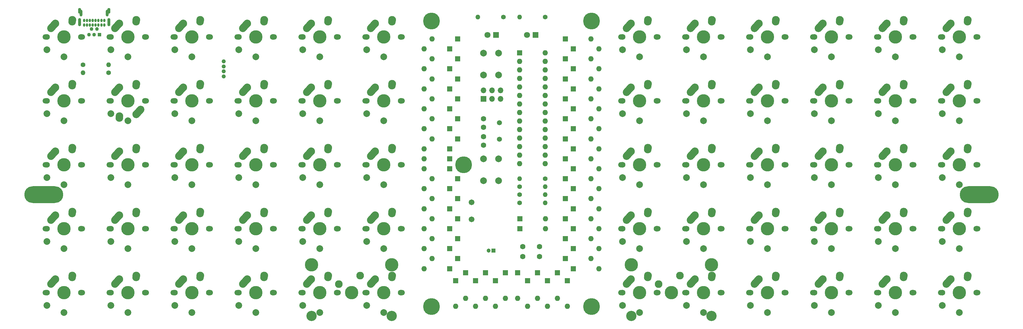
<source format=gbr>
G04 #@! TF.GenerationSoftware,KiCad,Pcbnew,(6.0.0-0)*
G04 #@! TF.CreationDate,2022-01-17T22:54:54+01:00*
G04 #@! TF.ProjectId,lumberjack,6c756d62-6572-46a6-9163-6b2e6b696361,1.6*
G04 #@! TF.SameCoordinates,Original*
G04 #@! TF.FileFunction,Soldermask,Top*
G04 #@! TF.FilePolarity,Negative*
%FSLAX46Y46*%
G04 Gerber Fmt 4.6, Leading zero omitted, Abs format (unit mm)*
G04 Created by KiCad (PCBNEW (6.0.0-0)) date 2022-01-17 22:54:54*
%MOMM*%
%LPD*%
G01*
G04 APERTURE LIST*
G04 Aperture macros list*
%AMHorizOval*
0 Thick line with rounded ends*
0 $1 width*
0 $2 $3 position (X,Y) of the first rounded end (center of the circle)*
0 $4 $5 position (X,Y) of the second rounded end (center of the circle)*
0 Add line between two ends*
20,1,$1,$2,$3,$4,$5,0*
0 Add two circle primitives to create the rounded ends*
1,1,$1,$2,$3*
1,1,$1,$4,$5*%
G04 Aperture macros list end*
%ADD10O,0.850000X2.000000*%
%ADD11R,1.100000X1.100000*%
%ADD12C,1.100000*%
%ADD13O,0.900000X1.700000*%
%ADD14O,0.900000X2.400000*%
%ADD15O,0.700000X1.000000*%
%ADD16C,1.600000*%
%ADD17R,1.800000X1.800000*%
%ADD18C,1.800000*%
%ADD19R,1.600000X1.600000*%
%ADD20O,1.600000X1.600000*%
%ADD21C,1.710000*%
%ADD22R,1.200000X1.200000*%
%ADD23C,1.200000*%
%ADD24C,2.000000*%
%ADD25C,5.000000*%
%ADD26O,11.600000X5.000000*%
%ADD27C,3.987800*%
%ADD28C,3.048000*%
%ADD29C,2.286000*%
%ADD30R,1.700000X1.700000*%
%ADD31O,1.700000X1.700000*%
%ADD32C,1.400000*%
%ADD33O,1.400000X1.400000*%
%ADD34C,1.500000*%
%ADD35C,1.700000*%
%ADD36C,1.750000*%
%ADD37HorizOval,2.250000X0.019771X0.290016X-0.019771X-0.290016X0*%
%ADD38C,2.250000*%
%ADD39HorizOval,2.250000X0.654995X0.730004X-0.654995X-0.730004X0*%
%ADD40HorizOval,2.250000X-0.019771X-0.290016X0.019771X0.290016X0*%
%ADD41HorizOval,2.250000X-0.654995X-0.730004X0.654995X0.730004X0*%
%ADD42C,1.244600*%
G04 APERTURE END LIST*
D10*
X32000000Y-57204000D03*
X24200000Y-57204000D03*
D11*
X29700000Y-63654000D03*
D12*
X28900000Y-61904000D03*
X28100000Y-63654000D03*
X26500000Y-63654000D03*
X27300000Y-61904000D03*
D13*
X32428000Y-56500000D03*
X23778000Y-56500000D03*
D14*
X32428000Y-59880000D03*
X23778000Y-59880000D03*
D15*
X28528000Y-59360000D03*
X31078000Y-59360000D03*
X30228000Y-59360000D03*
X29378000Y-59360000D03*
X25128000Y-59360000D03*
X26828000Y-59360000D03*
X27678000Y-59360000D03*
X25978000Y-59360000D03*
X31078000Y-60710000D03*
X30228000Y-60710000D03*
X29378000Y-60710000D03*
X28528000Y-60710000D03*
X27678000Y-60710000D03*
X26828000Y-60710000D03*
X25978000Y-60710000D03*
X25128000Y-60710000D03*
D16*
X144065746Y-94059454D03*
X144065746Y-96559454D03*
X144065746Y-88701637D03*
X144065746Y-91201637D03*
D17*
X159543884Y-63698491D03*
D18*
X157003884Y-63698491D03*
D19*
X154781380Y-69056308D03*
D20*
X154781380Y-71596308D03*
X154781380Y-74136308D03*
X154781380Y-76676308D03*
X154781380Y-79216308D03*
X154781380Y-81756308D03*
X154781380Y-84296308D03*
X154781380Y-86836308D03*
X154781380Y-89376308D03*
X154781380Y-91916308D03*
X154781380Y-94456308D03*
X154781380Y-96996308D03*
X154781380Y-99536308D03*
X154781380Y-102076308D03*
X162401380Y-102076308D03*
X162401380Y-99536308D03*
X162401380Y-96996308D03*
X162401380Y-94456308D03*
X162401380Y-91916308D03*
X162401380Y-89376308D03*
X162401380Y-86836308D03*
X162401380Y-84296308D03*
X162401380Y-81756308D03*
X162401380Y-79216308D03*
X162401380Y-76676308D03*
X162401380Y-74136308D03*
X162401380Y-71596308D03*
X162401380Y-69056308D03*
D21*
X140493868Y-113546035D03*
X140493868Y-118626035D03*
D19*
X136326677Y-82748507D03*
D20*
X128706677Y-82748507D03*
D19*
X136326677Y-118467287D03*
D20*
X128706677Y-118467287D03*
D19*
X150614189Y-134540738D03*
D20*
X150614189Y-142160738D03*
D19*
X147637624Y-136921990D03*
D20*
X147637624Y-144541990D03*
D19*
X144661059Y-134540738D03*
D20*
X144661059Y-142160738D03*
D19*
X138707929Y-134540738D03*
D20*
X138707929Y-142160738D03*
D22*
X147042311Y-127992295D03*
D23*
X145542311Y-127992295D03*
D19*
X136326677Y-76795377D03*
D20*
X128706677Y-76795377D03*
D24*
X144065746Y-107156340D03*
X144065746Y-100656340D03*
X148565746Y-100656340D03*
X148565746Y-107156340D03*
D25*
X128587608Y-59531300D03*
X176212648Y-59531300D03*
X128587608Y-144661059D03*
X176212648Y-144661059D03*
D26*
X13096886Y-111323531D03*
X291703370Y-111323531D03*
D19*
X166092327Y-134540738D03*
D20*
X166092327Y-142160738D03*
D17*
X147796372Y-63698491D03*
D18*
X145256372Y-63698491D03*
D19*
X136326677Y-130373547D03*
D20*
X128706677Y-130373547D03*
D19*
X136326677Y-124420417D03*
D20*
X128706677Y-124420417D03*
D19*
X133945425Y-115490722D03*
D20*
X126325425Y-115490722D03*
D19*
X136326677Y-112514157D03*
D20*
X128706677Y-112514157D03*
D19*
X133945425Y-109537592D03*
D20*
X126325425Y-109537592D03*
D19*
X133945425Y-121443852D03*
D20*
X126325425Y-121443852D03*
D19*
X133945425Y-97631332D03*
D20*
X126325425Y-97631332D03*
D19*
X136326677Y-94654767D03*
D20*
X128706677Y-94654767D03*
D19*
X133945425Y-103584462D03*
D20*
X126325425Y-103584462D03*
D19*
X133945425Y-91678202D03*
D20*
X126325425Y-91678202D03*
D19*
X136326677Y-88701637D03*
D20*
X128706677Y-88701637D03*
D19*
X133945425Y-85725072D03*
D20*
X126325425Y-85725072D03*
D19*
X168473579Y-76795377D03*
D20*
X176093579Y-76795377D03*
D19*
X133945425Y-73818812D03*
D20*
X126325425Y-73818812D03*
D19*
X170854831Y-73818812D03*
D20*
X178474831Y-73818812D03*
D19*
X133945425Y-67865682D03*
D20*
X126325425Y-67865682D03*
D19*
X163115762Y-136921990D03*
D20*
X163115762Y-144541990D03*
D24*
X144065746Y-69104751D03*
X144065746Y-75604751D03*
X148565746Y-75604751D03*
X148565746Y-69104751D03*
D16*
X155734510Y-126801669D03*
X160734510Y-126801669D03*
D19*
X135731364Y-136921990D03*
D20*
X135731364Y-144541990D03*
D19*
X170854831Y-115490722D03*
D20*
X178474831Y-115490722D03*
D19*
X169068892Y-136921990D03*
D20*
X169068892Y-144541990D03*
D19*
X170854831Y-79771942D03*
D20*
X178474831Y-79771942D03*
D19*
X168473579Y-64889117D03*
D20*
X176093579Y-64889117D03*
D19*
X170854831Y-67865682D03*
D20*
X178474831Y-67865682D03*
D19*
X168473579Y-82748507D03*
D20*
X176093579Y-82748507D03*
D19*
X170854831Y-97631332D03*
D20*
X178474831Y-97631332D03*
D19*
X170854831Y-91678202D03*
D20*
X178474831Y-91678202D03*
D19*
X168473579Y-94654767D03*
D20*
X176093579Y-94654767D03*
D19*
X168473579Y-106561027D03*
D20*
X176093579Y-106561027D03*
D19*
X170854831Y-103584462D03*
D20*
X178474831Y-103584462D03*
D19*
X168473579Y-100607897D03*
D20*
X176093579Y-100607897D03*
D19*
X170854831Y-85725072D03*
D20*
X178474831Y-85725072D03*
D19*
X168473579Y-112514157D03*
D20*
X176093579Y-112514157D03*
D19*
X170854831Y-109537592D03*
D20*
X178474831Y-109537592D03*
D19*
X168473579Y-118467287D03*
D20*
X176093579Y-118467287D03*
D19*
X168473579Y-88701637D03*
D20*
X176093579Y-88701637D03*
D19*
X168473579Y-70842247D03*
D20*
X176093579Y-70842247D03*
D19*
X170854831Y-133350112D03*
D20*
X178474831Y-133350112D03*
D19*
X168473579Y-124420417D03*
D20*
X176093579Y-124420417D03*
D19*
X154186067Y-134540738D03*
D20*
X154186067Y-142160738D03*
D19*
X170854831Y-121443852D03*
D20*
X178474831Y-121443852D03*
D19*
X170854831Y-127396982D03*
D20*
X178474831Y-127396982D03*
D19*
X168473579Y-130373547D03*
D20*
X176093579Y-130373547D03*
D19*
X157162632Y-136921990D03*
D20*
X157162632Y-144541990D03*
D27*
X188087168Y-132238868D03*
X200025168Y-140493868D03*
D28*
X188087168Y-147478868D03*
X211963168Y-147478868D03*
D27*
X211963168Y-132238868D03*
D29*
X202565168Y-135413868D03*
X196215168Y-137953868D03*
D27*
X104775088Y-140493868D03*
D28*
X116713088Y-147478868D03*
D27*
X116713088Y-132238868D03*
D28*
X92837088Y-147478868D03*
D27*
X92837088Y-132238868D03*
D29*
X107315088Y-135413868D03*
X100965088Y-137953868D03*
D16*
X155734510Y-129778234D03*
X160734510Y-129778234D03*
D30*
X144065746Y-82748507D03*
D31*
X144065746Y-80208507D03*
X146605746Y-82748507D03*
X146605746Y-80208507D03*
X149145746Y-82748507D03*
X149145746Y-80208507D03*
D25*
X138112616Y-102393836D03*
D19*
X160139197Y-134540738D03*
D20*
X160139197Y-142160738D03*
D19*
X133945425Y-133350112D03*
D20*
X126325425Y-133350112D03*
D19*
X136326677Y-106561027D03*
D20*
X128706677Y-106561027D03*
D19*
X133945425Y-100607897D03*
D20*
X126325425Y-100607897D03*
D19*
X133945425Y-79771942D03*
D20*
X126325425Y-79771942D03*
D32*
X162401380Y-106561027D03*
D33*
X154781380Y-106561027D03*
D34*
X148828250Y-89892263D03*
X148828250Y-94772263D03*
D19*
X133945425Y-127396982D03*
D20*
X126325425Y-127396982D03*
D32*
X154781380Y-113704783D03*
D33*
X162401380Y-113704783D03*
D32*
X150018876Y-58340674D03*
D33*
X142398876Y-58340674D03*
D32*
X162401380Y-58340674D03*
D33*
X154781380Y-58340674D03*
D32*
X154781380Y-111323531D03*
D33*
X162401380Y-111323531D03*
D19*
X154900449Y-121443852D03*
D20*
X162520449Y-121443852D03*
D19*
X154900449Y-118467287D03*
D20*
X162520449Y-118467287D03*
D32*
X32385000Y-75009375D03*
D33*
X24765000Y-75009375D03*
D32*
X24765000Y-72628125D03*
D33*
X32385000Y-72628125D03*
D32*
X154781380Y-108942279D03*
D33*
X162401380Y-108942279D03*
D19*
X136326677Y-64889117D03*
D20*
X128706677Y-64889117D03*
D19*
X136326677Y-70842247D03*
D20*
X128706677Y-70842247D03*
D19*
X141684494Y-136921990D03*
D20*
X141684494Y-144541990D03*
D35*
X24549968Y-64293750D03*
D36*
X13969968Y-64293750D03*
D35*
X24549968Y-64293750D03*
D27*
X19049968Y-64293750D03*
D36*
X24129968Y-64293750D03*
X13969968Y-64293750D03*
D27*
X19049968Y-64293750D03*
D35*
X13549968Y-64293750D03*
D36*
X24129968Y-64293750D03*
D35*
X13549968Y-64293750D03*
D37*
X21569739Y-59503734D03*
D38*
X21589968Y-59213750D03*
D24*
X14049968Y-68093750D03*
X19049968Y-70193750D03*
D38*
X16549968Y-60293750D03*
D39*
X15894963Y-61023746D03*
D27*
X19050016Y-83343820D03*
D36*
X13970016Y-83343820D03*
X13970016Y-83343820D03*
D35*
X13550016Y-83343820D03*
D36*
X24130016Y-83343820D03*
D35*
X24550016Y-83343820D03*
X24550016Y-83343820D03*
D27*
X19050016Y-83343820D03*
D35*
X13550016Y-83343820D03*
D36*
X24130016Y-83343820D03*
D24*
X14050016Y-87143820D03*
D38*
X21590016Y-78263820D03*
D37*
X21569787Y-78553804D03*
D38*
X16550016Y-79343820D03*
D39*
X15895011Y-80073816D03*
D24*
X19050016Y-89243820D03*
D36*
X24130016Y-102393836D03*
D35*
X13550016Y-102393836D03*
D36*
X13970016Y-102393836D03*
D27*
X19050016Y-102393836D03*
X19050016Y-102393836D03*
D36*
X24130016Y-102393836D03*
D35*
X13550016Y-102393836D03*
D36*
X13970016Y-102393836D03*
D35*
X24550016Y-102393836D03*
X24550016Y-102393836D03*
D37*
X21569787Y-97603820D03*
D24*
X14050016Y-106193836D03*
D38*
X21590016Y-97313836D03*
X16550016Y-98393836D03*
D39*
X15895011Y-99123832D03*
D24*
X19050016Y-108293836D03*
D35*
X13550016Y-121443852D03*
X13550016Y-121443852D03*
D36*
X13970016Y-121443852D03*
D35*
X24550016Y-121443852D03*
D36*
X13970016Y-121443852D03*
D27*
X19050016Y-121443852D03*
D35*
X24550016Y-121443852D03*
D36*
X24130016Y-121443852D03*
X24130016Y-121443852D03*
D27*
X19050016Y-121443852D03*
D24*
X14050016Y-125243852D03*
D38*
X21590016Y-116363852D03*
D37*
X21569787Y-116653836D03*
D24*
X19050016Y-127343852D03*
D39*
X15895011Y-118173848D03*
D38*
X16550016Y-117443852D03*
D36*
X13970016Y-140493868D03*
D35*
X13550016Y-140493868D03*
X24550016Y-140493868D03*
X13550016Y-140493868D03*
X24550016Y-140493868D03*
D36*
X24130016Y-140493868D03*
D27*
X19050016Y-140493868D03*
X19050016Y-140493868D03*
D36*
X13970016Y-140493868D03*
X24130016Y-140493868D03*
D37*
X21569787Y-135703852D03*
D38*
X21590016Y-135413868D03*
D24*
X14050016Y-144293868D03*
X19050016Y-146393868D03*
D38*
X16550016Y-136493868D03*
D39*
X15895011Y-137223864D03*
D27*
X38100032Y-140493868D03*
D36*
X43180032Y-140493868D03*
D27*
X38100032Y-140493868D03*
D35*
X43600032Y-140493868D03*
D36*
X43180032Y-140493868D03*
X33020032Y-140493868D03*
D35*
X32600032Y-140493868D03*
D36*
X33020032Y-140493868D03*
D35*
X43600032Y-140493868D03*
X32600032Y-140493868D03*
D38*
X40640032Y-135413868D03*
D37*
X40619803Y-135703852D03*
D24*
X33100032Y-144293868D03*
X38100032Y-146393868D03*
D39*
X34945027Y-137223864D03*
D38*
X35600032Y-136493868D03*
D35*
X32600032Y-64293804D03*
D36*
X33020032Y-64293804D03*
D35*
X43600032Y-64293804D03*
D27*
X38100032Y-64293804D03*
X38100032Y-64293804D03*
D36*
X43180032Y-64293804D03*
X33020032Y-64293804D03*
X43180032Y-64293804D03*
D35*
X32600032Y-64293804D03*
X43600032Y-64293804D03*
D24*
X33100032Y-68093804D03*
D38*
X40640032Y-59213804D03*
D37*
X40619803Y-59503788D03*
D38*
X35600032Y-60293804D03*
D24*
X38100032Y-70193804D03*
D39*
X34945027Y-61023800D03*
D36*
X33020032Y-83343820D03*
X43180032Y-83343820D03*
D27*
X38100032Y-83343820D03*
D35*
X32600032Y-83343820D03*
X43600032Y-83343820D03*
D27*
X38100032Y-83343820D03*
D36*
X33020032Y-83343820D03*
X43180032Y-83343820D03*
D35*
X32600032Y-83343820D03*
X43600032Y-83343820D03*
D40*
X35580261Y-88133836D03*
D24*
X33100032Y-87143820D03*
D37*
X40619803Y-78553804D03*
D38*
X40640032Y-78263820D03*
X35560032Y-88423820D03*
D24*
X38100032Y-89243820D03*
D39*
X34945027Y-80073816D03*
D41*
X41255037Y-86613824D03*
D38*
X35600032Y-79343820D03*
X40600032Y-87343820D03*
D36*
X43180032Y-102393836D03*
D35*
X43600032Y-102393836D03*
D36*
X33020032Y-102393836D03*
D35*
X32600032Y-102393836D03*
X43600032Y-102393836D03*
D27*
X38100032Y-102393836D03*
D36*
X33020032Y-102393836D03*
D35*
X32600032Y-102393836D03*
D27*
X38100032Y-102393836D03*
D36*
X43180032Y-102393836D03*
D24*
X33100032Y-106193836D03*
D37*
X40619803Y-97603820D03*
D38*
X40640032Y-97313836D03*
D39*
X34945027Y-99123832D03*
D38*
X35600032Y-98393836D03*
D24*
X38100032Y-108293836D03*
D35*
X32600032Y-121443852D03*
D36*
X33020032Y-121443852D03*
D35*
X32600032Y-121443852D03*
X43600032Y-121443852D03*
X43600032Y-121443852D03*
D36*
X43180032Y-121443852D03*
X43180032Y-121443852D03*
D27*
X38100032Y-121443852D03*
X38100032Y-121443852D03*
D36*
X33020032Y-121443852D03*
D37*
X40619803Y-116653836D03*
D38*
X40640032Y-116363852D03*
D24*
X33100032Y-125243852D03*
D39*
X34945027Y-118173848D03*
D38*
X35600032Y-117443852D03*
D24*
X38100032Y-127343852D03*
D35*
X51650048Y-121443852D03*
D36*
X62230048Y-121443852D03*
D27*
X57150048Y-121443852D03*
D35*
X62650048Y-121443852D03*
D36*
X52070048Y-121443852D03*
D27*
X57150048Y-121443852D03*
D36*
X62230048Y-121443852D03*
X52070048Y-121443852D03*
D35*
X62650048Y-121443852D03*
X51650048Y-121443852D03*
D38*
X59690048Y-116363852D03*
D24*
X52150048Y-125243852D03*
D37*
X59669819Y-116653836D03*
D39*
X53995043Y-118173848D03*
D38*
X54650048Y-117443852D03*
D24*
X57150048Y-127343852D03*
D27*
X57150048Y-140493868D03*
D36*
X62230048Y-140493868D03*
D35*
X51650048Y-140493868D03*
X51650048Y-140493868D03*
D27*
X57150048Y-140493868D03*
D35*
X62650048Y-140493868D03*
X62650048Y-140493868D03*
D36*
X52070048Y-140493868D03*
X62230048Y-140493868D03*
X52070048Y-140493868D03*
D38*
X59690048Y-135413868D03*
D24*
X52150048Y-144293868D03*
D37*
X59669819Y-135703852D03*
D38*
X54650048Y-136493868D03*
D39*
X53995043Y-137223864D03*
D24*
X57150048Y-146393868D03*
D36*
X52070048Y-102393836D03*
D27*
X57150048Y-102393836D03*
D35*
X51650048Y-102393836D03*
D27*
X57150048Y-102393836D03*
D35*
X62650048Y-102393836D03*
D36*
X62230048Y-102393836D03*
X52070048Y-102393836D03*
D35*
X51650048Y-102393836D03*
X62650048Y-102393836D03*
D36*
X62230048Y-102393836D03*
D37*
X59669819Y-97603820D03*
D24*
X52150048Y-106193836D03*
D38*
X59690048Y-97313836D03*
X54650048Y-98393836D03*
D39*
X53995043Y-99123832D03*
D24*
X57150048Y-108293836D03*
D35*
X70700064Y-102393836D03*
D36*
X81280064Y-102393836D03*
D35*
X70700064Y-102393836D03*
D27*
X76200064Y-102393836D03*
D36*
X71120064Y-102393836D03*
D27*
X76200064Y-102393836D03*
D36*
X81280064Y-102393836D03*
D35*
X81700064Y-102393836D03*
D36*
X71120064Y-102393836D03*
D35*
X81700064Y-102393836D03*
D38*
X78740064Y-97313836D03*
D37*
X78719835Y-97603820D03*
D24*
X71200064Y-106193836D03*
X76200064Y-108293836D03*
D39*
X73045059Y-99123832D03*
D38*
X73700064Y-98393836D03*
D35*
X70700064Y-121443852D03*
X81700064Y-121443852D03*
D27*
X76200064Y-121443852D03*
D36*
X81280064Y-121443852D03*
X71120064Y-121443852D03*
D35*
X81700064Y-121443852D03*
D36*
X71120064Y-121443852D03*
D35*
X70700064Y-121443852D03*
D36*
X81280064Y-121443852D03*
D27*
X76200064Y-121443852D03*
D37*
X78719835Y-116653836D03*
D38*
X78740064Y-116363852D03*
D24*
X71200064Y-125243852D03*
D38*
X73700064Y-117443852D03*
D24*
X76200064Y-127343852D03*
D39*
X73045059Y-118173848D03*
D35*
X81700064Y-140493868D03*
D27*
X76200064Y-140493868D03*
D35*
X70700064Y-140493868D03*
D27*
X76200064Y-140493868D03*
D35*
X70700064Y-140493868D03*
D36*
X71120064Y-140493868D03*
D35*
X81700064Y-140493868D03*
D36*
X81280064Y-140493868D03*
X71120064Y-140493868D03*
X81280064Y-140493868D03*
D24*
X71200064Y-144293868D03*
D37*
X78719835Y-135703852D03*
D38*
X78740064Y-135413868D03*
D24*
X76200064Y-146393868D03*
D39*
X73045059Y-137223864D03*
D38*
X73700064Y-136493868D03*
D35*
X70700064Y-64293804D03*
D36*
X81280064Y-64293804D03*
X71120064Y-64293804D03*
D35*
X81700064Y-64293804D03*
D27*
X76200064Y-64293804D03*
D36*
X81280064Y-64293804D03*
D27*
X76200064Y-64293804D03*
D35*
X70700064Y-64293804D03*
X81700064Y-64293804D03*
D36*
X71120064Y-64293804D03*
D38*
X78740064Y-59213804D03*
D24*
X71200064Y-68093804D03*
D37*
X78719835Y-59503788D03*
D24*
X76200064Y-70193804D03*
D39*
X73045059Y-61023800D03*
D38*
X73700064Y-60293804D03*
D36*
X71120064Y-83343820D03*
D27*
X76200064Y-83343820D03*
X76200064Y-83343820D03*
D36*
X81280064Y-83343820D03*
D35*
X81700064Y-83343820D03*
D36*
X81280064Y-83343820D03*
D35*
X70700064Y-83343820D03*
X70700064Y-83343820D03*
X81700064Y-83343820D03*
D36*
X71120064Y-83343820D03*
D37*
X78719835Y-78553804D03*
D38*
X78740064Y-78263820D03*
D24*
X71200064Y-87143820D03*
D38*
X73700064Y-79343820D03*
D24*
X76200064Y-89243820D03*
D39*
X73045059Y-80073816D03*
D27*
X95250080Y-83343820D03*
D35*
X100750080Y-83343820D03*
D36*
X100330080Y-83343820D03*
D35*
X89750080Y-83343820D03*
D36*
X90170080Y-83343820D03*
D35*
X89750080Y-83343820D03*
X100750080Y-83343820D03*
D36*
X90170080Y-83343820D03*
X100330080Y-83343820D03*
D27*
X95250080Y-83343820D03*
D24*
X90250080Y-87143820D03*
D37*
X97769851Y-78553804D03*
D38*
X97790080Y-78263820D03*
X92750080Y-79343820D03*
D39*
X92095075Y-80073816D03*
D24*
X95250080Y-89243820D03*
D35*
X100750080Y-102393836D03*
D27*
X95250080Y-102393836D03*
D36*
X90170080Y-102393836D03*
X100330080Y-102393836D03*
D35*
X89750080Y-102393836D03*
X89750080Y-102393836D03*
X100750080Y-102393836D03*
D36*
X90170080Y-102393836D03*
D27*
X95250080Y-102393836D03*
D36*
X100330080Y-102393836D03*
D37*
X97769851Y-97603820D03*
D24*
X90250080Y-106193836D03*
D38*
X97790080Y-97313836D03*
X92750080Y-98393836D03*
D39*
X92095075Y-99123832D03*
D24*
X95250080Y-108293836D03*
D35*
X89750080Y-121443852D03*
D36*
X90170080Y-121443852D03*
D35*
X100750080Y-121443852D03*
D27*
X95250080Y-121443852D03*
D35*
X100750080Y-121443852D03*
D36*
X100330080Y-121443852D03*
X90170080Y-121443852D03*
D35*
X89750080Y-121443852D03*
D27*
X95250080Y-121443852D03*
D36*
X100330080Y-121443852D03*
D24*
X90250080Y-125243852D03*
D37*
X97769851Y-116653836D03*
D38*
X97790080Y-116363852D03*
X92750080Y-117443852D03*
D39*
X92095075Y-118173848D03*
D24*
X95250080Y-127343852D03*
D35*
X100750080Y-140493868D03*
X89750080Y-140493868D03*
D36*
X100330080Y-140493868D03*
D27*
X95250080Y-140493868D03*
D35*
X100750080Y-140493868D03*
D36*
X90170080Y-140493868D03*
D27*
X95250080Y-140493868D03*
D36*
X100330080Y-140493868D03*
X90170080Y-140493868D03*
D35*
X89750080Y-140493868D03*
D38*
X97790080Y-135413868D03*
D37*
X97769851Y-135703852D03*
D24*
X90250080Y-144293868D03*
D38*
X92750080Y-136493868D03*
D39*
X92095075Y-137223864D03*
D24*
X95250080Y-146393868D03*
D35*
X89750080Y-64293804D03*
D36*
X100330080Y-64293804D03*
X90170080Y-64293804D03*
D27*
X95250080Y-64293804D03*
D35*
X100750080Y-64293804D03*
X89750080Y-64293804D03*
X100750080Y-64293804D03*
D36*
X100330080Y-64293804D03*
D27*
X95250080Y-64293804D03*
D36*
X90170080Y-64293804D03*
D24*
X90250080Y-68093804D03*
D37*
X97769851Y-59503788D03*
D38*
X97790080Y-59213804D03*
D39*
X92095075Y-61023800D03*
D38*
X92750080Y-60293804D03*
D24*
X95250080Y-70193804D03*
D36*
X119380096Y-64293804D03*
D27*
X114300096Y-64293804D03*
X114300096Y-64293804D03*
D36*
X109220096Y-64293804D03*
D35*
X119800096Y-64293804D03*
X119800096Y-64293804D03*
D36*
X119380096Y-64293804D03*
D35*
X108800096Y-64293804D03*
D36*
X109220096Y-64293804D03*
D35*
X108800096Y-64293804D03*
D37*
X116819867Y-59503788D03*
D38*
X116840096Y-59213804D03*
D24*
X109300096Y-68093804D03*
X114300096Y-70193804D03*
D39*
X111145091Y-61023800D03*
D38*
X111800096Y-60293804D03*
D27*
X114300096Y-83343820D03*
X114300096Y-83343820D03*
D35*
X119800096Y-83343820D03*
D36*
X109220096Y-83343820D03*
X119380096Y-83343820D03*
D35*
X119800096Y-83343820D03*
X108800096Y-83343820D03*
D36*
X109220096Y-83343820D03*
D35*
X108800096Y-83343820D03*
D36*
X119380096Y-83343820D03*
D24*
X109300096Y-87143820D03*
D37*
X116819867Y-78553804D03*
D38*
X116840096Y-78263820D03*
D24*
X114300096Y-89243820D03*
D38*
X111800096Y-79343820D03*
D39*
X111145091Y-80073816D03*
D35*
X108800096Y-102393836D03*
D27*
X114300096Y-102393836D03*
D36*
X109220096Y-102393836D03*
D35*
X119800096Y-102393836D03*
D36*
X119380096Y-102393836D03*
D35*
X119800096Y-102393836D03*
D36*
X109220096Y-102393836D03*
D27*
X114300096Y-102393836D03*
D36*
X119380096Y-102393836D03*
D35*
X108800096Y-102393836D03*
D38*
X116840096Y-97313836D03*
D37*
X116819867Y-97603820D03*
D24*
X109300096Y-106193836D03*
D39*
X111145091Y-99123832D03*
D24*
X114300096Y-108293836D03*
D38*
X111800096Y-98393836D03*
D35*
X108800096Y-121443852D03*
D36*
X119380096Y-121443852D03*
D35*
X108800096Y-121443852D03*
D36*
X109220096Y-121443852D03*
D27*
X114300096Y-121443852D03*
D35*
X119800096Y-121443852D03*
D27*
X114300096Y-121443852D03*
D36*
X119380096Y-121443852D03*
D35*
X119800096Y-121443852D03*
D36*
X109220096Y-121443852D03*
D24*
X109300096Y-125243852D03*
D38*
X116840096Y-116363852D03*
D37*
X116819867Y-116653836D03*
D24*
X114300096Y-127343852D03*
D39*
X111145091Y-118173848D03*
D38*
X111800096Y-117443852D03*
D36*
X109220096Y-140493868D03*
D27*
X114300096Y-140493868D03*
X114300096Y-140493868D03*
D35*
X108800096Y-140493868D03*
X108800096Y-140493868D03*
D36*
X119380096Y-140493868D03*
X119380096Y-140493868D03*
D35*
X119800096Y-140493868D03*
D36*
X109220096Y-140493868D03*
D35*
X119800096Y-140493868D03*
D24*
X109300096Y-144293868D03*
D38*
X116840096Y-135413868D03*
D37*
X116819867Y-135703852D03*
D39*
X111145091Y-137223864D03*
D38*
X111800096Y-136493868D03*
D24*
X114300096Y-146393868D03*
D35*
X280250240Y-64293804D03*
D36*
X290830240Y-64293804D03*
X280670240Y-64293804D03*
D35*
X291250240Y-64293804D03*
X291250240Y-64293804D03*
D36*
X290830240Y-64293804D03*
D27*
X285750240Y-64293804D03*
X285750240Y-64293804D03*
D35*
X280250240Y-64293804D03*
D36*
X280670240Y-64293804D03*
D37*
X288270011Y-59503788D03*
D38*
X288290240Y-59213804D03*
D24*
X280750240Y-68093804D03*
D38*
X283250240Y-60293804D03*
D39*
X282595235Y-61023800D03*
D24*
X285750240Y-70193804D03*
D36*
X280670240Y-83343820D03*
D35*
X280250240Y-83343820D03*
D36*
X290830240Y-83343820D03*
D35*
X291250240Y-83343820D03*
D36*
X280670240Y-83343820D03*
D27*
X285750240Y-83343820D03*
D35*
X280250240Y-83343820D03*
X291250240Y-83343820D03*
D36*
X290830240Y-83343820D03*
D27*
X285750240Y-83343820D03*
D37*
X288270011Y-78553804D03*
D24*
X280750240Y-87143820D03*
D38*
X288290240Y-78263820D03*
X283250240Y-79343820D03*
D39*
X282595235Y-80073816D03*
D24*
X285750240Y-89243820D03*
D36*
X280670240Y-102393836D03*
D35*
X291250240Y-102393836D03*
D36*
X280670240Y-102393836D03*
X290830240Y-102393836D03*
D35*
X291250240Y-102393836D03*
D27*
X285750240Y-102393836D03*
D35*
X280250240Y-102393836D03*
D27*
X285750240Y-102393836D03*
D35*
X280250240Y-102393836D03*
D36*
X290830240Y-102393836D03*
D38*
X288290240Y-97313836D03*
D24*
X280750240Y-106193836D03*
D37*
X288270011Y-97603820D03*
D24*
X285750240Y-108293836D03*
D38*
X283250240Y-98393836D03*
D39*
X282595235Y-99123832D03*
D35*
X291250240Y-121443852D03*
D36*
X280670240Y-121443852D03*
D35*
X280250240Y-121443852D03*
D36*
X280670240Y-121443852D03*
D27*
X285750240Y-121443852D03*
D36*
X290830240Y-121443852D03*
X290830240Y-121443852D03*
D35*
X291250240Y-121443852D03*
D27*
X285750240Y-121443852D03*
D35*
X280250240Y-121443852D03*
D37*
X288270011Y-116653836D03*
D24*
X280750240Y-125243852D03*
D38*
X288290240Y-116363852D03*
D39*
X282595235Y-118173848D03*
D24*
X285750240Y-127343852D03*
D38*
X283250240Y-117443852D03*
D35*
X291250240Y-140493868D03*
X280250240Y-140493868D03*
D36*
X280670240Y-140493868D03*
X290830240Y-140493868D03*
D35*
X280250240Y-140493868D03*
D36*
X290830240Y-140493868D03*
D27*
X285750240Y-140493868D03*
D36*
X280670240Y-140493868D03*
D35*
X291250240Y-140493868D03*
D27*
X285750240Y-140493868D03*
D37*
X288270011Y-135703852D03*
D38*
X288290240Y-135413868D03*
D24*
X280750240Y-144293868D03*
D38*
X283250240Y-136493868D03*
D39*
X282595235Y-137223864D03*
D24*
X285750240Y-146393868D03*
D35*
X261200224Y-140493868D03*
X272200224Y-140493868D03*
D27*
X266700224Y-140493868D03*
D36*
X261620224Y-140493868D03*
D35*
X272200224Y-140493868D03*
D36*
X261620224Y-140493868D03*
X271780224Y-140493868D03*
D35*
X261200224Y-140493868D03*
D27*
X266700224Y-140493868D03*
D36*
X271780224Y-140493868D03*
D37*
X269219995Y-135703852D03*
D38*
X269240224Y-135413868D03*
D24*
X261700224Y-144293868D03*
D38*
X264200224Y-136493868D03*
D39*
X263545219Y-137223864D03*
D24*
X266700224Y-146393868D03*
D35*
X272200224Y-64293804D03*
X261200224Y-64293804D03*
X272200224Y-64293804D03*
D36*
X271780224Y-64293804D03*
D35*
X261200224Y-64293804D03*
D36*
X261620224Y-64293804D03*
X261620224Y-64293804D03*
D27*
X266700224Y-64293804D03*
X266700224Y-64293804D03*
D36*
X271780224Y-64293804D03*
D37*
X269219995Y-59503788D03*
D38*
X269240224Y-59213804D03*
D24*
X261700224Y-68093804D03*
X266700224Y-70193804D03*
D39*
X263545219Y-61023800D03*
D38*
X264200224Y-60293804D03*
D36*
X261620224Y-83343820D03*
D35*
X261200224Y-83343820D03*
D36*
X271780224Y-83343820D03*
D35*
X272200224Y-83343820D03*
X272200224Y-83343820D03*
X261200224Y-83343820D03*
D36*
X271780224Y-83343820D03*
D27*
X266700224Y-83343820D03*
X266700224Y-83343820D03*
D36*
X261620224Y-83343820D03*
D38*
X269240224Y-78263820D03*
D37*
X269219995Y-78553804D03*
D24*
X261700224Y-87143820D03*
X266700224Y-89243820D03*
D38*
X264200224Y-79343820D03*
D39*
X263545219Y-80073816D03*
D27*
X266700224Y-102393836D03*
D35*
X261200224Y-102393836D03*
D36*
X271780224Y-102393836D03*
X261620224Y-102393836D03*
D35*
X272200224Y-102393836D03*
D27*
X266700224Y-102393836D03*
D35*
X272200224Y-102393836D03*
X261200224Y-102393836D03*
D36*
X271780224Y-102393836D03*
X261620224Y-102393836D03*
D24*
X261700224Y-106193836D03*
D37*
X269219995Y-97603820D03*
D38*
X269240224Y-97313836D03*
D24*
X266700224Y-108293836D03*
D38*
X264200224Y-98393836D03*
D39*
X263545219Y-99123832D03*
D36*
X261620224Y-121443852D03*
D35*
X272200224Y-121443852D03*
D27*
X266700224Y-121443852D03*
X266700224Y-121443852D03*
D36*
X271780224Y-121443852D03*
X261620224Y-121443852D03*
D35*
X272200224Y-121443852D03*
D36*
X271780224Y-121443852D03*
D35*
X261200224Y-121443852D03*
X261200224Y-121443852D03*
D37*
X269219995Y-116653836D03*
D38*
X269240224Y-116363852D03*
D24*
X261700224Y-125243852D03*
D39*
X263545219Y-118173848D03*
D24*
X266700224Y-127343852D03*
D38*
X264200224Y-117443852D03*
D36*
X252730208Y-121443852D03*
D27*
X247650208Y-121443852D03*
D35*
X242150208Y-121443852D03*
D27*
X247650208Y-121443852D03*
D36*
X242570208Y-121443852D03*
D35*
X242150208Y-121443852D03*
X253150208Y-121443852D03*
X253150208Y-121443852D03*
D36*
X252730208Y-121443852D03*
X242570208Y-121443852D03*
D38*
X250190208Y-116363852D03*
D37*
X250169979Y-116653836D03*
D24*
X242650208Y-125243852D03*
X247650208Y-127343852D03*
D39*
X244495203Y-118173848D03*
D38*
X245150208Y-117443852D03*
D36*
X242570208Y-140493868D03*
D35*
X242150208Y-140493868D03*
X242150208Y-140493868D03*
D36*
X252730208Y-140493868D03*
X252730208Y-140493868D03*
D27*
X247650208Y-140493868D03*
D35*
X253150208Y-140493868D03*
X253150208Y-140493868D03*
D36*
X242570208Y-140493868D03*
D27*
X247650208Y-140493868D03*
D24*
X242650208Y-144293868D03*
D37*
X250169979Y-135703852D03*
D38*
X250190208Y-135413868D03*
D39*
X244495203Y-137223864D03*
D24*
X247650208Y-146393868D03*
D38*
X245150208Y-136493868D03*
D36*
X252730208Y-64293804D03*
X242570208Y-64293804D03*
D35*
X253150208Y-64293804D03*
D27*
X247650208Y-64293804D03*
D35*
X242150208Y-64293804D03*
X242150208Y-64293804D03*
X253150208Y-64293804D03*
D36*
X252730208Y-64293804D03*
D27*
X247650208Y-64293804D03*
D36*
X242570208Y-64293804D03*
D38*
X250190208Y-59213804D03*
D37*
X250169979Y-59503788D03*
D24*
X242650208Y-68093804D03*
D39*
X244495203Y-61023800D03*
D38*
X245150208Y-60293804D03*
D24*
X247650208Y-70193804D03*
D36*
X252730208Y-83343820D03*
D27*
X247650208Y-83343820D03*
D35*
X253150208Y-83343820D03*
X253150208Y-83343820D03*
D36*
X242570208Y-83343820D03*
D27*
X247650208Y-83343820D03*
D35*
X242150208Y-83343820D03*
D36*
X242570208Y-83343820D03*
D35*
X242150208Y-83343820D03*
D36*
X252730208Y-83343820D03*
D37*
X250169979Y-78553804D03*
D24*
X242650208Y-87143820D03*
D38*
X250190208Y-78263820D03*
D24*
X247650208Y-89243820D03*
D38*
X245150208Y-79343820D03*
D39*
X244495203Y-80073816D03*
D27*
X247650208Y-102393836D03*
D36*
X242570208Y-102393836D03*
X252730208Y-102393836D03*
D35*
X242150208Y-102393836D03*
D27*
X247650208Y-102393836D03*
D36*
X252730208Y-102393836D03*
D35*
X242150208Y-102393836D03*
D36*
X242570208Y-102393836D03*
D35*
X253150208Y-102393836D03*
X253150208Y-102393836D03*
D24*
X242650208Y-106193836D03*
D38*
X250190208Y-97313836D03*
D37*
X250169979Y-97603820D03*
D38*
X245150208Y-98393836D03*
D24*
X247650208Y-108293836D03*
D39*
X244495203Y-99123832D03*
D27*
X228600192Y-102393836D03*
D36*
X223520192Y-102393836D03*
D27*
X228600192Y-102393836D03*
D36*
X223520192Y-102393836D03*
D35*
X223100192Y-102393836D03*
X234100192Y-102393836D03*
X234100192Y-102393836D03*
X223100192Y-102393836D03*
D36*
X233680192Y-102393836D03*
X233680192Y-102393836D03*
D37*
X231119963Y-97603820D03*
D38*
X231140192Y-97313836D03*
D24*
X223600192Y-106193836D03*
X228600192Y-108293836D03*
D39*
X225445187Y-99123832D03*
D38*
X226100192Y-98393836D03*
D36*
X233680192Y-121443852D03*
X233680192Y-121443852D03*
D35*
X223100192Y-121443852D03*
X234100192Y-121443852D03*
X223100192Y-121443852D03*
D36*
X223520192Y-121443852D03*
D27*
X228600192Y-121443852D03*
D36*
X223520192Y-121443852D03*
D35*
X234100192Y-121443852D03*
D27*
X228600192Y-121443852D03*
D37*
X231119963Y-116653836D03*
D38*
X231140192Y-116363852D03*
D24*
X223600192Y-125243852D03*
X228600192Y-127343852D03*
D39*
X225445187Y-118173848D03*
D38*
X226100192Y-117443852D03*
D27*
X228600192Y-140493868D03*
D36*
X233680192Y-140493868D03*
X233680192Y-140493868D03*
D35*
X223100192Y-140493868D03*
X234100192Y-140493868D03*
X234100192Y-140493868D03*
D36*
X223520192Y-140493868D03*
D27*
X228600192Y-140493868D03*
D36*
X223520192Y-140493868D03*
D35*
X223100192Y-140493868D03*
D37*
X231119963Y-135703852D03*
D38*
X231140192Y-135413868D03*
D24*
X223600192Y-144293868D03*
D39*
X225445187Y-137223864D03*
D38*
X226100192Y-136493868D03*
D24*
X228600192Y-146393868D03*
D36*
X223520192Y-64293804D03*
X223520192Y-64293804D03*
D35*
X223100192Y-64293804D03*
D36*
X233680192Y-64293804D03*
D27*
X228600192Y-64293804D03*
D35*
X234100192Y-64293804D03*
X223100192Y-64293804D03*
D36*
X233680192Y-64293804D03*
D35*
X234100192Y-64293804D03*
D27*
X228600192Y-64293804D03*
D37*
X231119963Y-59503788D03*
D24*
X223600192Y-68093804D03*
D38*
X231140192Y-59213804D03*
X226100192Y-60293804D03*
D39*
X225445187Y-61023800D03*
D24*
X228600192Y-70193804D03*
D36*
X223520192Y-83343820D03*
D35*
X223100192Y-83343820D03*
D27*
X228600192Y-83343820D03*
D36*
X233680192Y-83343820D03*
D35*
X234100192Y-83343820D03*
X223100192Y-83343820D03*
X234100192Y-83343820D03*
D27*
X228600192Y-83343820D03*
D36*
X233680192Y-83343820D03*
X223520192Y-83343820D03*
D37*
X231119963Y-78553804D03*
D38*
X231140192Y-78263820D03*
D24*
X223600192Y-87143820D03*
D39*
X225445187Y-80073816D03*
D38*
X226100192Y-79343820D03*
D24*
X228600192Y-89243820D03*
D36*
X214630176Y-83343820D03*
D27*
X209550176Y-83343820D03*
X209550176Y-83343820D03*
D35*
X215050176Y-83343820D03*
X215050176Y-83343820D03*
D36*
X204470176Y-83343820D03*
X214630176Y-83343820D03*
X204470176Y-83343820D03*
D35*
X204050176Y-83343820D03*
X204050176Y-83343820D03*
D38*
X212090176Y-78263820D03*
D37*
X212069947Y-78553804D03*
D24*
X204550176Y-87143820D03*
D39*
X206395171Y-80073816D03*
D38*
X207050176Y-79343820D03*
D24*
X209550176Y-89243820D03*
D27*
X209550176Y-102393836D03*
D36*
X204470176Y-102393836D03*
D35*
X215050176Y-102393836D03*
X215050176Y-102393836D03*
D27*
X209550176Y-102393836D03*
D35*
X204050176Y-102393836D03*
D36*
X204470176Y-102393836D03*
X214630176Y-102393836D03*
X214630176Y-102393836D03*
D35*
X204050176Y-102393836D03*
D38*
X212090176Y-97313836D03*
D24*
X204550176Y-106193836D03*
D37*
X212069947Y-97603820D03*
D39*
X206395171Y-99123832D03*
D38*
X207050176Y-98393836D03*
D24*
X209550176Y-108293836D03*
D35*
X215050176Y-121443852D03*
D36*
X204470176Y-121443852D03*
X214630176Y-121443852D03*
D27*
X209550176Y-121443852D03*
D35*
X204050176Y-121443852D03*
X215050176Y-121443852D03*
D36*
X214630176Y-121443852D03*
D27*
X209550176Y-121443852D03*
D35*
X204050176Y-121443852D03*
D36*
X204470176Y-121443852D03*
D37*
X212069947Y-116653836D03*
D24*
X204550176Y-125243852D03*
D38*
X212090176Y-116363852D03*
D39*
X206395171Y-118173848D03*
D38*
X207050176Y-117443852D03*
D24*
X209550176Y-127343852D03*
D35*
X204050176Y-140493868D03*
D36*
X204470176Y-140493868D03*
D27*
X209550176Y-140493868D03*
D35*
X204050176Y-140493868D03*
D36*
X204470176Y-140493868D03*
D27*
X209550176Y-140493868D03*
D35*
X215050176Y-140493868D03*
X215050176Y-140493868D03*
D36*
X214630176Y-140493868D03*
X214630176Y-140493868D03*
D38*
X212090176Y-135413868D03*
D24*
X204550176Y-144293868D03*
D37*
X212069947Y-135703852D03*
D39*
X206395171Y-137223864D03*
D24*
X209550176Y-146393868D03*
D38*
X207050176Y-136493868D03*
D35*
X215050176Y-64293804D03*
D36*
X214630176Y-64293804D03*
D27*
X209550176Y-64293804D03*
D35*
X204050176Y-64293804D03*
X215050176Y-64293804D03*
D27*
X209550176Y-64293804D03*
D36*
X204470176Y-64293804D03*
D35*
X204050176Y-64293804D03*
D36*
X204470176Y-64293804D03*
X214630176Y-64293804D03*
D38*
X212090176Y-59213804D03*
D24*
X204550176Y-68093804D03*
D37*
X212069947Y-59503788D03*
D39*
X206395171Y-61023800D03*
D38*
X207050176Y-60293804D03*
D24*
X209550176Y-70193804D03*
D36*
X195580160Y-64293804D03*
D35*
X196000160Y-64293804D03*
D36*
X185420160Y-64293804D03*
D35*
X196000160Y-64293804D03*
X185000160Y-64293804D03*
D27*
X190500160Y-64293804D03*
X190500160Y-64293804D03*
D35*
X185000160Y-64293804D03*
D36*
X195580160Y-64293804D03*
X185420160Y-64293804D03*
D37*
X193019931Y-59503788D03*
D38*
X193040160Y-59213804D03*
D24*
X185500160Y-68093804D03*
D38*
X188000160Y-60293804D03*
D24*
X190500160Y-70193804D03*
D39*
X187345155Y-61023800D03*
D35*
X196000160Y-83343820D03*
X185000160Y-83343820D03*
D27*
X190500160Y-83343820D03*
D36*
X195580160Y-83343820D03*
X185420160Y-83343820D03*
D27*
X190500160Y-83343820D03*
D36*
X195580160Y-83343820D03*
D35*
X196000160Y-83343820D03*
D36*
X185420160Y-83343820D03*
D35*
X185000160Y-83343820D03*
D38*
X193040160Y-78263820D03*
D24*
X185500160Y-87143820D03*
D37*
X193019931Y-78553804D03*
D24*
X190500160Y-89243820D03*
D38*
X188000160Y-79343820D03*
D39*
X187345155Y-80073816D03*
D27*
X190500160Y-102393836D03*
D35*
X196000160Y-102393836D03*
X185000160Y-102393836D03*
D27*
X190500160Y-102393836D03*
D35*
X185000160Y-102393836D03*
D36*
X185420160Y-102393836D03*
X195580160Y-102393836D03*
D35*
X196000160Y-102393836D03*
D36*
X185420160Y-102393836D03*
X195580160Y-102393836D03*
D24*
X185500160Y-106193836D03*
D38*
X193040160Y-97313836D03*
D37*
X193019931Y-97603820D03*
D38*
X188000160Y-98393836D03*
D24*
X190500160Y-108293836D03*
D39*
X187345155Y-99123832D03*
D36*
X185420160Y-121443852D03*
D27*
X190500160Y-121443852D03*
D35*
X196000160Y-121443852D03*
X185000160Y-121443852D03*
D36*
X195580160Y-121443852D03*
D27*
X190500160Y-121443852D03*
D36*
X185420160Y-121443852D03*
D35*
X185000160Y-121443852D03*
X196000160Y-121443852D03*
D36*
X195580160Y-121443852D03*
D24*
X185500160Y-125243852D03*
D38*
X193040160Y-116363852D03*
D37*
X193019931Y-116653836D03*
D39*
X187345155Y-118173848D03*
D38*
X188000160Y-117443852D03*
D24*
X190500160Y-127343852D03*
D36*
X185420160Y-140493868D03*
X185420160Y-140493868D03*
D35*
X196000160Y-140493868D03*
D27*
X190500160Y-140493868D03*
D36*
X195580160Y-140493868D03*
D35*
X185000160Y-140493868D03*
X196000160Y-140493868D03*
D36*
X195580160Y-140493868D03*
D27*
X190500160Y-140493868D03*
D35*
X185000160Y-140493868D03*
D24*
X185500160Y-144293868D03*
D38*
X193040160Y-135413868D03*
D37*
X193019931Y-135703852D03*
D24*
X190500160Y-146393868D03*
D38*
X188000160Y-136493868D03*
D39*
X187345155Y-137223864D03*
D36*
X52070048Y-64293804D03*
X62230048Y-64293804D03*
D35*
X62650048Y-64293804D03*
D27*
X57150048Y-64293804D03*
D36*
X62230048Y-64293804D03*
D35*
X62650048Y-64293804D03*
D36*
X52070048Y-64293804D03*
D35*
X51650048Y-64293804D03*
X51650048Y-64293804D03*
D27*
X57150048Y-64293804D03*
D38*
X59690048Y-59213804D03*
D37*
X59669819Y-59503788D03*
D24*
X52150048Y-68093804D03*
D39*
X53995043Y-61023800D03*
D38*
X54650048Y-60293804D03*
D24*
X57150048Y-70193804D03*
D35*
X62650048Y-83343820D03*
D36*
X62230048Y-83343820D03*
D35*
X51650048Y-83343820D03*
D27*
X57150048Y-83343820D03*
D36*
X52070048Y-83343820D03*
X62230048Y-83343820D03*
X52070048Y-83343820D03*
D35*
X51650048Y-83343820D03*
D27*
X57150048Y-83343820D03*
D35*
X62650048Y-83343820D03*
D24*
X52150048Y-87143820D03*
D38*
X59690048Y-78263820D03*
D37*
X59669819Y-78553804D03*
D39*
X53995043Y-80073816D03*
D24*
X57150048Y-89243820D03*
D38*
X54650048Y-79343820D03*
D42*
X66675000Y-76075000D03*
X66675000Y-74575001D03*
X66675000Y-73074999D03*
X66675000Y-71574999D03*
M02*

</source>
